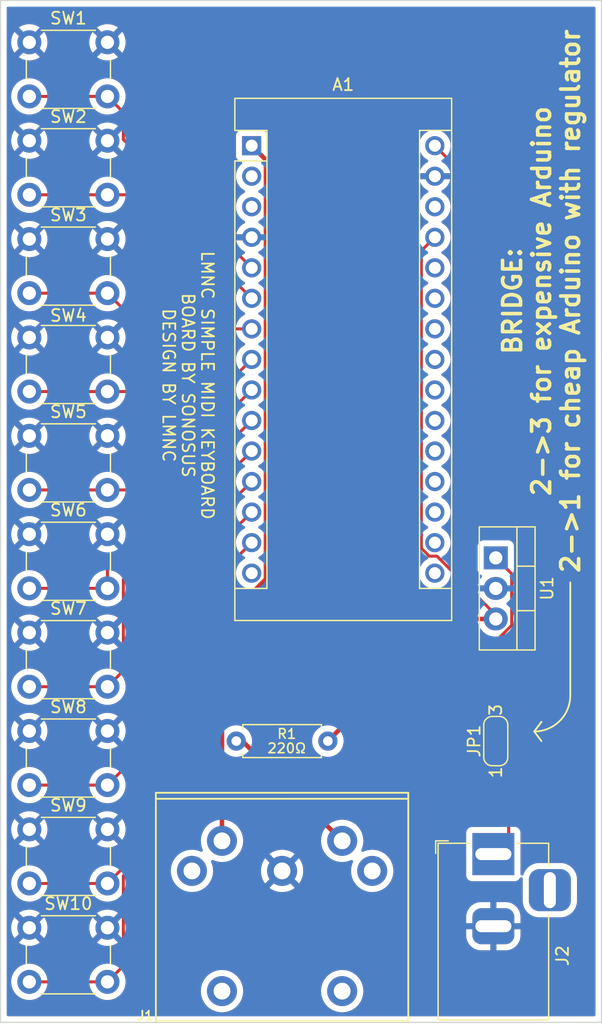
<source format=kicad_pcb>
(kicad_pcb (version 20211014) (generator pcbnew)
  (layers (0 "F.Cu" signal) (31 "B.Cu" signal) (34 "B.Paste" user) (35 "F.Paste" user) (36 "B.SilkS" user "B.Silkscreen") (37 "F.SilkS" user "F.Silkscreen") (38 "B.Mask" user) (39 "F.Mask" user) (44 "Edge.Cuts" user))
  (net 0 "")
  (net 1 "Net-(A1-Pad1)")
  (net 7 "GND")
  (net 9 "Net-(A1-Pad5)")
  (net 11 "Net-(A1-Pad6)")
  (net 13 "Net-(A1-Pad7)")
  (net 15 "Net-(A1-Pad8)")
  (net 17 "Net-(A1-Pad9)")
  (net 19 "Net-(A1-Pad10)")
  (net 21 "Net-(A1-Pad11)")
  (net 22 "+5V")
  (net 23 "Net-(A1-Pad12)")
  (net 25 "Net-(A1-Pad13)")
  (net 26 "Net-(A1-Pad14)")
  (net 27 "/VIN")
  (net 32 "Net-(J1-Pad4)")
  (net 33 "Net-(J2-Pad1)")
  (net 34 "Net-(JP1-Pad1)")
  (footprint "Button_Switch_THT:SW_PUSH_6mm" (layer "F.Cu") (at 37.39 117.13)
    (fp_text reference "SW10" (at 3.25 -2) (layer "F.SilkS"))
    (fp_text value "SW_Push")
    (fp_line (start 1 5.5) (end 5.5 5.5) (layer "F.SilkS") (width 0.12))
    (fp_line (start 6.75 3) (end 6.75 1.5) (layer "F.SilkS") (width 0.12))
    (fp_line (start 5.5 -1) (end 1 -1) (layer "F.SilkS") (width 0.12))
    (fp_line (start -0.25 1.5) (end -0.25 3) (layer "F.SilkS") (width 0.12))
    (pad "1" thru_hole circle locked (at 0 0 90) (size 2 2) (drill 1.1) (layers *.Cu *.Mask) (net 7 "GND"))
    (pad "1" thru_hole circle locked (at 6.5 0 90) (size 2 2) (drill 1.1) (layers *.Cu *.Mask) (net 7 "GND"))
    (pad "2" thru_hole circle locked (at 6.5 4.5 90) (size 2 2) (drill 1.1) (layers *.Cu *.Mask) (net 26 "Net-(A1-Pad14)"))
    (pad "2" thru_hole circle locked (at 0 4.5 90) (size 2 2) (drill 1.1) (layers *.Cu *.Mask) (net 26 "Net-(A1-Pad14)"))
  )
  (footprint "Connector_BarrelJack:BarrelJack_Horizontal" (layer "F.Cu") (at 76 111 90)
    (fp_text reference "J2" (at -8.45 5.75 90) (layer "F.SilkS"))
    (fp_text value "PWR IN")
    (fp_line (start 0.05 -4.8) (end 1.1 -4.8) (layer "F.SilkS") (width 0.12))
    (fp_line (start -5 4.6) (end -13.8 4.6) (layer "F.SilkS") (width 0.12))
    (fp_line (start 0.9 -4.6) (end 0.9 -2) (layer "F.SilkS") (width 0.12))
    (fp_line (start -13.8 -4.6) (end 0.9 -4.6) (layer "F.SilkS") (width 0.12))
    (fp_line (start 0.9 1.9) (end 0.9 4.6) (layer "F.SilkS") (width 0.12))
    (fp_line (start 1.1 -3.75) (end 1.1 -4.8) (layer "F.SilkS") (width 0.12))
    (fp_line (start 0.9 4.6) (end -1 4.6) (layer "F.SilkS") (width 0.12))
    (fp_line (start -13.8 4.6) (end -13.8 -4.6) (layer "F.SilkS") (width 0.12))
    (pad "1" thru_hole rect locked (at 0 0 90) (size 3.5 3.5) (drill oval 1 3) (layers *.Cu *.Mask) (net 33 "Net-(J2-Pad1)"))
    (pad "2" thru_hole roundrect locked (at -6 0 90) (size 3 3.5) (drill oval 1 3) (layers *.Cu *.Mask) (net 7 "GND"))
    (pad "3" thru_hole roundrect locked (at -3 4.7 90) (size 3.5 3.5) (drill oval 3 1) (layers *.Cu *.Mask))
  )
  (footprint "Jumper:SolderJumper-3_P1.3mm_Open_RoundedPad1.0x1.5mm_NumberLabels" (layer "F.Cu") (at 76.2 101.6 90)
    (fp_text reference "JP1" (at 0 -1.8 90) (layer "F.SilkS"))
    (fp_text value "Jumper_3_Open")
    (fp_text user "3" (at 2.6 0 90) (layer "F.SilkS"))
    (fp_text user "1" (at -2.6 0 90) (layer "F.SilkS"))
    (fp_line (start -2.05 0.3) (end -2.05 -0.3) (layer "F.SilkS") (width 0.12))
    (fp_line (start 1.4 1) (end -1.4 1) (layer "F.SilkS") (width 0.12))
    (fp_line (start 2.05 -0.3) (end 2.05 0.3) (layer "F.SilkS") (width 0.12))
    (fp_line (start -1.4 -1) (end 1.4 -1) (layer "F.SilkS") (width 0.12))
    (fp_arc (start 2.05 0.3) (mid 1.844975 0.794975) (end 1.35 1) (layer "F.SilkS") (width 0.12))
    (fp_arc (start -2.05 -0.3) (mid -1.844975 -0.794975) (end -1.35 -1) (layer "F.SilkS") (width 0.12))
    (fp_arc (start -1.35 1) (mid -1.844975 0.794975) (end -2.05 0.3) (layer "F.SilkS") (width 0.12))
    (fp_arc (start 1.35 -1) (mid 1.844975 -0.794975) (end 2.05 -0.3) (layer "F.SilkS") (width 0.12))
    (pad "1" smd custom locked (at -1.3 0 90) (size 1 0.5) (layers "F.Cu" "F.Mask") (net 34 "Net-(JP1-Pad1)") (options (clearance outline) (anchor rect)) (primitives (gr_circle (center 0 0.25) (end 0.5 0.25) (width 0) (fill yes)) (gr_circle (center 0 -0.25) (end 0.5 -0.25) (width 0) (fill yes)) (gr_poly (pts (xy 0.55 0.75) (xy 0 0.75) (xy 0 -0.75) (xy 0.55 -0.75)) (width 0) (fill yes))))
    (pad "2" smd rect locked (at 0 0 90) (size 1 1.5) (layers "F.Cu" "F.Mask") (net 33 "Net-(J2-Pad1)"))
    (pad "3" smd custom locked (at 1.3 0 90) (size 1 0.5) (layers "F.Cu" "F.Mask") (net 27 "/VIN") (options (clearance outline) (anchor rect)) (primitives (gr_circle (center 0 0.25) (end 0.5 0.25) (width 0) (fill yes)) (gr_circle (center 0 -0.25) (end 0.5 -0.25) (width 0) (fill yes)) (gr_poly (pts (xy 0 0.75) (xy -0.55 0.75) (xy -0.55 -0.75) (xy 0 -0.75)) (width 0) (fill yes))))
  )
  (footprint "Button_Switch_THT:SW_PUSH_6mm" (layer "F.Cu") (at 37.39 43.47)
    (fp_text reference "SW1" (at 3.25 -2) (layer "F.SilkS"))
    (fp_text value "SW_Push")
    (fp_line (start 1 5.5) (end 5.5 5.5) (layer "F.SilkS") (width 0.12))
    (fp_line (start 6.75 3) (end 6.75 1.5) (layer "F.SilkS") (width 0.12))
    (fp_line (start -0.25 1.5) (end -0.25 3) (layer "F.SilkS") (width 0.12))
    (fp_line (start 5.5 -1) (end 1 -1) (layer "F.SilkS") (width 0.12))
    (pad "1" thru_hole circle locked (at 0 0 90) (size 2 2) (drill 1.1) (layers *.Cu *.Mask) (net 7 "GND"))
    (pad "1" thru_hole circle locked (at 6.5 0 90) (size 2 2) (drill 1.1) (layers *.Cu *.Mask) (net 7 "GND"))
    (pad "2" thru_hole circle locked (at 6.5 4.5 90) (size 2 2) (drill 1.1) (layers *.Cu *.Mask) (net 9 "Net-(A1-Pad5)"))
    (pad "2" thru_hole circle locked (at 0 4.5 90) (size 2 2) (drill 1.1) (layers *.Cu *.Mask) (net 9 "Net-(A1-Pad5)"))
  )
  (footprint "Button_Switch_THT:SW_PUSH_6mm" (layer "F.Cu") (at 37.39 108.945552)
    (fp_text reference "SW9" (at 3.25 -2) (layer "F.SilkS"))
    (fp_text value "SW_Push")
    (fp_line (start 1 5.5) (end 5.5 5.5) (layer "F.SilkS") (width 0.12))
    (fp_line (start 5.5 -1) (end 1 -1) (layer "F.SilkS") (width 0.12))
    (fp_line (start 6.75 3) (end 6.75 1.5) (layer "F.SilkS") (width 0.12))
    (fp_line (start -0.25 1.5) (end -0.25 3) (layer "F.SilkS") (width 0.12))
    (pad "1" thru_hole circle locked (at 0 0 90) (size 2 2) (drill 1.1) (layers *.Cu *.Mask) (net 7 "GND"))
    (pad "1" thru_hole circle locked (at 6.5 0 90) (size 2 2) (drill 1.1) (layers *.Cu *.Mask) (net 7 "GND"))
    (pad "2" thru_hole circle locked (at 0 4.5 90) (size 2 2) (drill 1.1) (layers *.Cu *.Mask) (net 25 "Net-(A1-Pad13)"))
    (pad "2" thru_hole circle locked (at 6.5 4.5 90) (size 2 2) (drill 1.1) (layers *.Cu *.Mask) (net 25 "Net-(A1-Pad13)"))
  )
  (footprint "Sonosus:R_Axial_DIN0207_L6.3mm_D2.5mm_P7.62mm_Horizontal" (layer "F.Cu") (at 54.61 101.6)
    (fp_text reference "R1" (at 4.2 -0.6) (layer "F.SilkS") (effects (font (size 0.8 0.8) (thickness 0.135))))
    (fp_text value "220Ω" (at 4.2 0.6) (layer "F.SilkS") (effects (font (size 0.8 0.8) (thickness 0.135))))
    (fp_line (start 7.08 1.37) (end 7.08 1.04) (layer "F.SilkS") (width 0.12))
    (fp_line (start 0.54 1.04) (end 0.54 1.37) (layer "F.SilkS") (width 0.12))
    (fp_line (start 0.54 -1.37) (end 7.08 -1.37) (layer "F.SilkS") (width 0.12))
    (fp_line (start 0.54 -1.04) (end 0.54 -1.37) (layer "F.SilkS") (width 0.12))
    (fp_line (start 7.08 -1.37) (end 7.08 -1.04) (layer "F.SilkS") (width 0.12))
    (fp_line (start 0.54 1.37) (end 7.08 1.37) (layer "F.SilkS") (width 0.12))
    (pad "1" thru_hole circle (at 0 0) (size 1.6 1.6) (drill 0.8) (layers *.Cu *.Mask) (net 32 "Net-(J1-Pad4)"))
    (pad "2" thru_hole oval (at 7.62 0) (size 1.6 1.6) (drill 0.8) (layers *.Cu *.Mask) (net 22 "+5V"))
  )
  (footprint "Button_Switch_THT:SW_PUSH_6mm" (layer "F.Cu") (at 37.39 68.023332)
    (fp_text reference "SW4" (at 3.25 -1.823332) (layer "F.SilkS"))
    (fp_text value "SW_Push")
    (fp_line (start -0.25 1.5) (end -0.25 3) (layer "F.SilkS") (width 0.12))
    (fp_line (start 6.75 3) (end 6.75 1.5) (layer "F.SilkS") (width 0.12))
    (fp_line (start 5.5 -1) (end 1 -1) (layer "F.SilkS") (width 0.12))
    (fp_line (start 1 5.5) (end 5.5 5.5) (layer "F.SilkS") (width 0.12))
    (pad "1" thru_hole circle locked (at 6.5 0 90) (size 2 2) (drill 1.1) (layers *.Cu *.Mask) (net 7 "GND"))
    (pad "1" thru_hole circle locked (at 0 0 90) (size 2 2) (drill 1.1) (layers *.Cu *.Mask) (net 7 "GND"))
    (pad "2" thru_hole circle locked (at 6.5 4.5 90) (size 2 2) (drill 1.1) (layers *.Cu *.Mask) (net 15 "Net-(A1-Pad8)"))
    (pad "2" thru_hole circle locked (at 0 4.5 90) (size 2 2) (drill 1.1) (layers *.Cu *.Mask) (net 15 "Net-(A1-Pad8)"))
  )
  (footprint "Button_Switch_THT:SW_PUSH_6mm" (layer "F.Cu") (at 37.39 84.39222)
    (fp_text reference "SW6" (at 3.25 -2) (layer "F.SilkS"))
    (fp_text value "SW_Push")
    (fp_line (start 5.5 -1) (end 1 -1) (layer "F.SilkS") (width 0.12))
    (fp_line (start -0.25 1.5) (end -0.25 3) (layer "F.SilkS") (width 0.12))
    (fp_line (start 1 5.5) (end 5.5 5.5) (layer "F.SilkS") (width 0.12))
    (fp_line (start 6.75 3) (end 6.75 1.5) (layer "F.SilkS") (width 0.12))
    (pad "1" thru_hole circle locked (at 0 0 90) (size 2 2) (drill 1.1) (layers *.Cu *.Mask) (net 7 "GND"))
    (pad "1" thru_hole circle locked (at 6.5 0 90) (size 2 2) (drill 1.1) (layers *.Cu *.Mask) (net 7 "GND"))
    (pad "2" thru_hole circle locked (at 6.5 4.5 90) (size 2 2) (drill 1.1) (layers *.Cu *.Mask) (net 19 "Net-(A1-Pad10)"))
    (pad "2" thru_hole circle locked (at 0 4.5 90) (size 2 2) (drill 1.1) (layers *.Cu *.Mask) (net 19 "Net-(A1-Pad10)"))
  )
  (footprint "Button_Switch_THT:SW_PUSH_6mm" (layer "F.Cu") (at 37.39 100.761108)
    (fp_text reference "SW8" (at 3.25 -2) (layer "F.SilkS"))
    (fp_text value "SW_Push")
    (fp_line (start -0.25 1.5) (end -0.25 3) (layer "F.SilkS") (width 0.12))
    (fp_line (start 1 5.5) (end 5.5 5.5) (layer "F.SilkS") (width 0.12))
    (fp_line (start 5.5 -1) (end 1 -1) (layer "F.SilkS") (width 0.12))
    (fp_line (start 6.75 3) (end 6.75 1.5) (layer "F.SilkS") (width 0.12))
    (pad "1" thru_hole circle locked (at 0 0 90) (size 2 2) (drill 1.1) (layers *.Cu *.Mask) (net 7 "GND"))
    (pad "1" thru_hole circle locked (at 6.5 0 90) (size 2 2) (drill 1.1) (layers *.Cu *.Mask) (net 7 "GND"))
    (pad "2" thru_hole circle locked (at 6.5 4.5 90) (size 2 2) (drill 1.1) (layers *.Cu *.Mask) (net 23 "Net-(A1-Pad12)"))
    (pad "2" thru_hole circle locked (at 0 4.5 90) (size 2 2) (drill 1.1) (layers *.Cu *.Mask) (net 23 "Net-(A1-Pad12)"))
  )
  (footprint "Button_Switch_THT:SW_PUSH_6mm" (layer "F.Cu") (at 37.39 92.576664)
    (fp_text reference "SW7" (at 3.25 -2) (layer "F.SilkS"))
    (fp_text value "SW_Push")
    (fp_line (start 6.75 3) (end 6.75 1.5) (layer "F.SilkS") (width 0.12))
    (fp_line (start 1 5.5) (end 5.5 5.5) (layer "F.SilkS") (width 0.12))
    (fp_line (start -0.25 1.5) (end -0.25 3) (layer "F.SilkS") (width 0.12))
    (fp_line (start 5.5 -1) (end 1 -1) (layer "F.SilkS") (width 0.12))
    (pad "1" thru_hole circle locked (at 0 0 90) (size 2 2) (drill 1.1) (layers *.Cu *.Mask) (net 7 "GND"))
    (pad "1" thru_hole circle locked (at 6.5 0 90) (size 2 2) (drill 1.1) (layers *.Cu *.Mask) (net 7 "GND"))
    (pad "2" thru_hole circle locked (at 6.5 4.5 90) (size 2 2) (drill 1.1) (layers *.Cu *.Mask) (net 21 "Net-(A1-Pad11)"))
    (pad "2" thru_hole circle locked (at 0 4.5 90) (size 2 2) (drill 1.1) (layers *.Cu *.Mask) (net 21 "Net-(A1-Pad11)"))
  )
  (footprint "Sonosus:DIN5" (layer "F.Cu") (at 58.42 112.4 180)
    (fp_text reference "J1" (at 11.38 -12.04) (layer "F.SilkS") (effects (font (size 0.75 0.75))))
    (fp_text value "MIDI OUT")
    (fp_line (start -10.5 6) (end 10.5 6) (layer "F.SilkS") (width 0.15))
    (fp_line (start 0 6.5) (end -10.5 6.5) (layer "F.SilkS") (width 0.15))
    (fp_line (start -10.5 6.5) (end -10.5 -12.5) (layer "F.SilkS") (width 0.15))
    (fp_line (start -10.5 -12.5) (end 10.5 -12.5) (layer "F.SilkS") (width 0.15))
    (fp_line (start 10.5 6.5) (end 0 6.5) (layer "F.SilkS") (width 0.15))
    (fp_line (start 10.5 -12.5) (end 10.5 6.5) (layer "F.SilkS") (width 0.15))
    (pad "1" thru_hole circle (at -7.5 0 180) (size 2.5 2.5) (drill 1.4) (layers *.Cu *.Mask))
    (pad "2" thru_hole circle (at 0 0 180) (size 2.5 2.5) (drill 1.4) (layers *.Cu *.Mask) (net 7 "GND"))
    (pad "3" thru_hole circle (at 7.5 0 180) (size 2.5 2.5) (drill 1.4) (layers *.Cu *.Mask))
    (pad "4" thru_hole circle (at -5 2.5 180) (size 2.5 2.5) (drill 1.4) (layers *.Cu *.Mask) (net 32 "Net-(J1-Pad4)"))
    (pad "5" thru_hole circle (at 5 2.5 180) (size 2.5 2.5) (drill 1.4) (layers *.Cu *.Mask) (net 1 "Net-(A1-Pad1)"))
    (pad "6" thru_hole circle (at -5 -10 180) (size 2.5 2.5) (drill 1.4) (layers *.Cu *.Mask))
    (pad "7" thru_hole circle (at 5 -10 180) (size 2.5 2.5) (drill 1.4) (layers *.Cu *.Mask))
  )
  (footprint "Button_Switch_THT:SW_PUSH_6mm" (layer "F.Cu") (at 37.39 76.207776)
    (fp_text reference "SW5" (at 3.25 -2) (layer "F.SilkS"))
    (fp_text value "SW_Push")
    (fp_line (start 6.75 3) (end 6.75 1.5) (layer "F.SilkS") (width 0.12))
    (fp_line (start 5.5 -1) (end 1 -1) (layer "F.SilkS") (width 0.12))
    (fp_line (start 1 5.5) (end 5.5 5.5) (layer "F.SilkS") (width 0.12))
    (fp_line (start -0.25 1.5) (end -0.25 3) (layer "F.SilkS") (width 0.12))
    (pad "1" thru_hole circle locked (at 6.5 0 90) (size 2 2) (drill 1.1) (layers *.Cu *.Mask) (net 7 "GND"))
    (pad "1" thru_hole circle locked (at 0 0 90) (size 2 2) (drill 1.1) (layers *.Cu *.Mask) (net 7 "GND"))
    (pad "2" thru_hole circle locked (at 6.5 4.5 90) (size 2 2) (drill 1.1) (layers *.Cu *.Mask) (net 17 "Net-(A1-Pad9)"))
    (pad "2" thru_hole circle locked (at 0 4.5 90) (size 2 2) (drill 1.1) (layers *.Cu *.Mask) (net 17 "Net-(A1-Pad9)"))
  )
  (footprint "Sonosus:Arduino_Nano" (layer "F.Cu") (at 55.89 52.07)
    (fp_text reference "A1" (at 7.62 -5.08) (layer "F.SilkS"))
    (fp_text value "Arduino_Nano_v2.x")
    (fp_line (start 1.27 36.83) (end -1.4 36.83) (layer "F.SilkS") (width 0.12))
    (fp_line (start 1.27 -1.27) (end -1.4 -1.27) (layer "F.SilkS") (width 0.12))
    (fp_line (start 16.64 -3.94) (end -1.4 -3.94) (layer "F.SilkS") (width 0.12))
    (fp_line (start 16.64 39.5) (end 16.64 -3.94) (layer "F.SilkS") (width 0.12))
    (fp_line (start -1.4 39.5) (end 16.64 39.5) (layer "F.SilkS") (width 0.12))
    (fp_line (start 13.97 -1.27) (end 16.64 -1.27) (layer "F.SilkS") (width 0.12))
    (fp_line (start 1.27 1.27) (end 1.27 36.83) (layer "F.SilkS") (width 0.12))
    (fp_line (start 13.97 36.83) (end 16.64 36.83) (layer "F.SilkS") (width 0.12))
    (fp_line (start -1.4 -3.94) (end -1.4 -1.27) (layer "F.SilkS") (width 0.12))
    (fp_line (start -1.4 1.27) (end -1.4 39.5) (layer "F.SilkS") (width 0.12))
    (fp_line (start 1.27 1.27) (end -1.4 1.27) (layer "F.SilkS") (width 0.12))
    (fp_line (start 13.97 -1.27) (end 13.97 36.83) (layer "F.SilkS") (width 0.12))
    (fp_line (start 1.27 1.27) (end 1.27 -1.27) (layer "F.SilkS") (width 0.12))
    (pad "1" thru_hole rect (at 0 0) (size 1.6 1.6) (drill 1) (layers *.Cu *.Mask) (net 1 "Net-(A1-Pad1)"))
    (pad "2" thru_hole oval (at 0 2.54) (size 1.6 1.6) (drill 1) (layers *.Cu *.Mask))
    (pad "3" thru_hole oval (at 0 5.08) (size 1.6 1.6) (drill 1) (layers *.Cu *.Mask))
    (pad "4" thru_hole oval (at 0 7.62) (size 1.6 1.6) (drill 1) (layers *.Cu *.Mask) (net 7 "GND"))
    (pad "5" thru_hole oval (at 0 10.16) (size 1.6 1.6) (drill 1) (layers *.Cu *.Mask) (net 9 "Net-(A1-Pad5)"))
    (pad "6" thru_hole oval (at 0 12.7) (size 1.6 1.6) (drill 1) (layers *.Cu *.Mask) (net 11 "Net-(A1-Pad6)"))
    (pad "7" thru_hole oval (at 0 15.24) (size 1.6 1.6) (drill 1) (layers *.Cu *.Mask) (net 13 "Net-(A1-Pad7)"))
    (pad "8" thru_hole oval (at 0 17.78) (size 1.6 1.6) (drill 1) (layers *.Cu *.Mask) (net 15 "Net-(A1-Pad8)"))
    (pad "9" thru_hole oval (at 0 20.32) (size 1.6 1.6) (drill 1) (layers *.Cu *.Mask) (net 17 "Net-(A1-Pad9)"))
    (pad "10" thru_hole oval (at 0 22.86) (size 1.6 1.6) (drill 1) (layers *.Cu *.Mask) (net 19 "Net-(A1-Pad10)"))
    (pad "11" thru_hole oval (at 0 25.4) (size 1.6 1.6) (drill 1) (layers *.Cu *.Mask) (net 21 "Net-(A1-Pad11)"))
    (pad "12" thru_hole oval (at 0 27.94) (size 1.6 1.6) (drill 1) (layers *.Cu *.Mask) (net 23 "Net-(A1-Pad12)"))
    (pad "13" thru_hole oval (at 0 30.48) (size 1.6 1.6) (drill 1) (layers *.Cu *.Mask) (net 25 "Net-(A1-Pad13)"))
    (pad "14" thru_hole oval (at 0 33.02) (size 1.6 1.6) (drill 1) (layers *.Cu *.Mask) (net 26 "Net-(A1-Pad14)"))
    (pad "15" thru_hole oval (at 0 35.56) (size 1.6 1.6) (drill 1) (layers *.Cu *.Mask))
    (pad "16" thru_hole oval (at 15.24 35.56) (size 1.6 1.6) (drill 1) (layers *.Cu *.Mask))
    (pad "17" thru_hole oval (at 15.24 33.02) (size 1.6 1.6) (drill 1) (layers *.Cu *.Mask))
    (pad "18" thru_hole oval (at 15.24 30.48) (size 1.6 1.6) (drill 1) (layers *.Cu *.Mask))
    (pad "19" thru_hole oval (at 15.24 27.94) (size 1.6 1.6) (drill 1) (layers *.Cu *.Mask))
    (pad "20" thru_hole oval (at 15.24 25.4) (size 1.6 1.6) (drill 1) (layers *.Cu *.Mask))
    (pad "21" thru_hole oval (at 15.24 22.86) (size 1.6 1.6) (drill 1) (layers *.Cu *.Mask))
    (pad "22" thru_hole oval (at 15.24 20.32) (size 1.6 1.6) (drill 1) (layers *.Cu *.Mask))
    (pad "23" thru_hole oval (at 15.24 17.78) (size 1.6 1.6) (drill 1) (layers *.Cu *.Mask))
    (pad "24" thru_hole oval (at 15.24 15.24) (size 1.6 1.6) (drill 1) (layers *.Cu *.Mask))
    (pad "25" thru_hole oval (at 15.24 12.7) (size 1.6 1.6) (drill 1) (layers *.Cu *.Mask))
    (pad "26" thru_hole oval (at 15.24 10.16) (size 1.6 1.6) (drill 1) (layers *.Cu *.Mask))
    (pad "27" thru_hole oval (at 15.24 7.62) (size 1.6 1.6) (drill 1) (layers *.Cu *.Mask) (net 22 "+5V"))
    (pad "28" thru_hole oval (at 15.24 5.08) (size 1.6 1.6) (drill 1) (layers *.Cu *.Mask))
    (pad "29" thru_hole oval (at 15.24 2.54) (size 1.6 1.6) (drill 1) (layers *.Cu *.Mask) (net 7 "GND"))
    (pad "30" thru_hole oval (at 15.24 0) (size 1.6 1.6) (drill 1) (layers *.Cu *.Mask) (net 27 "/VIN"))
  )
  (footprint "Sonosus:TO-220-3_Vertical" (layer "F.Cu") (at 76.2 86.36 -90)
    (fp_text reference "U1" (at 2.54 -4.27 90) (layer "F.SilkS"))
    (fp_text value "L7805")
    (fp_line (start 4.391 -3.27) (end 4.391 -1.76) (layer "F.SilkS") (width 0.12))
    (fp_line (start -2.58 -3.27) (end 7.66 -3.27) (layer "F.SilkS") (width 0.12))
    (fp_line (start 0.69 -3.27) (end 0.69 -1.76) (layer "F.SilkS") (width 0.12))
    (fp_line (start 7.66 -3.27) (end 7.66 1.371) (layer "F.SilkS") (width 0.12))
    (fp_line (start -2.58 -3.27) (end -2.58 1.371) (layer "F.SilkS") (width 0.12))
    (fp_line (start -2.58 1.371) (end 7.66 1.371) (layer "F.SilkS") (width 0.12))
    (fp_line (start -2.58 -1.76) (end 7.66 -1.76) (layer "F.SilkS") (width 0.12))
    (pad "1" thru_hole rect locked (at 0 0 270) (size 1.905 2) (drill 1.1) (layers *.Cu *.Mask) (net 34 "Net-(JP1-Pad1)"))
    (pad "2" thru_hole oval locked (at 2.54 0 270) (size 1.905 2) (drill 1.1) (layers *.Cu *.Mask) (net 7 "GND"))
    (pad "3" thru_hole oval locked (at 5.08 0 270) (size 1.905 2) (drill 1.1) (layers *.Cu *.Mask) (net 22 "+5V"))
  )
  (footprint "Button_Switch_THT:SW_PUSH_6mm" (layer "F.Cu") (at 37.39 59.838888)
    (fp_text reference "SW3" (at 3.25 -2) (layer "F.SilkS"))
    (fp_text value "SW_Push")
    (fp_line (start 5.5 -1) (end 1 -1) (layer "F.SilkS") (width 0.12))
    (fp_line (start 6.75 3) (end 6.75 1.5) (layer "F.SilkS") (width 0.12))
    (fp_line (start 1 5.5) (end 5.5 5.5) (layer "F.SilkS") (width 0.12))
    (fp_line (start -0.25 1.5) (end -0.25 3) (layer "F.SilkS") (width 0.12))
    (pad "1" thru_hole circle locked (at 0 0 90) (size 2 2) (drill 1.1) (layers *.Cu *.Mask) (net 7 "GND"))
    (pad "1" thru_hole circle locked (at 6.5 0 90) (size 2 2) (drill 1.1) (layers *.Cu *.Mask) (net 7 "GND"))
    (pad "2" thru_hole circle locked (at 6.5 4.5 90) (size 2 2) (drill 1.1) (layers *.Cu *.Mask) (net 13 "Net-(A1-Pad7)"))
    (pad "2" thru_hole circle locked (at 0 4.5 90) (size 2 2) (drill 1.1) (layers *.Cu *.Mask) (net 13 "Net-(A1-Pad7)"))
  )
  (footprint "Button_Switch_THT:SW_PUSH_6mm" (layer "F.Cu") (at 37.39 51.654444)
    (fp_text reference "SW2" (at 3.25 -2) (layer "F.SilkS"))
    (fp_text value "SW_Push")
    (fp_line (start 6.75 3) (end 6.75 1.5) (layer "F.SilkS") (width 0.12))
    (fp_line (start -0.25 1.5) (end -0.25 3) (layer "F.SilkS") (width 0.12))
    (fp_line (start 1 5.5) (end 5.5 5.5) (layer "F.SilkS") (width 0.12))
    (fp_line (start 5.5 -1) (end 1 -1) (layer "F.SilkS") (width 0.12))
    (pad "1" thru_hole circle locked (at 6.5 0 90) (size 2 2) (drill 1.1) (layers *.Cu *.Mask) (net 7 "GND"))
    (pad "1" thru_hole circle locked (at 0 0 90) (size 2 2) (drill 1.1) (layers *.Cu *.Mask) (net 7 "GND"))
    (pad "2" thru_hole circle locked (at 0 4.5 90) (size 2 2) (drill 1.1) (layers *.Cu *.Mask) (net 11 "Net-(A1-Pad6)"))
    (pad "2" thru_hole circle locked (at 6.5 4.5 90) (size 2 2) (drill 1.1) (layers *.Cu *.Mask) (net 11 "Net-(A1-Pad6)"))
  )
  (gr_line (start 80 100) (end 79.4 100.8) (layer "F.SilkS") (width 0.15))
  (gr_line (start 79.4 100.8) (end 80 101.6) (layer "F.SilkS") (width 0.15))
  (gr_line (start 79.4 100.8) (end 80 100) (layer "F.SilkS") (width 0.15))
  (gr_line (start 82.4 88.4) (end 82.4 97.8) (layer "F.SilkS") (width 0.15))
  (gr_arc (start 82.4 97.8) (mid 81.52132 99.92132) (end 79.4 100.8) (layer "F.SilkS") (width 0.15))
  (gr_rect (start 35 125) (end 85 40) (layer "Edge.Cuts") (width 0.1) (fill none))
  (gr_text "LMNC SIMPLE MIDI KEYBOARD\nBOARD BY SONOSUS\nDESIGN BY LMNC" (at 50.6 72 270) (layer "F.SilkS") (effects (font (size 1 1))))
  (gr_text "BRIDGE:\n2->3 for expensive Arduino\n2->1 for cheap Arduino with regulator" (at 80 65 90) (layer "F.SilkS") (effects (font (size 1.5 1.5) (thickness 0.3))))
  (segment (start 53.42 109.9) (end 53.42 91.782224) (width 0.38) (layer "F.Cu") (net 1))
  (segment (start 57.079511 53.259511) (end 55.89 52.07) (width 0.38) (layer "F.Cu") (net 1))
  (segment (start 53.42 91.782224) (end 57.079511 88.122713) (width 0.38) (layer "F.Cu") (net 1))
  (segment (start 57.079511 88.122713) (end 57.079511 53.259511) (width 0.38) (layer "F.Cu") (net 1))
  (segment (start 43.89 47.97) (end 37.39 47.97) (width 0.25) (layer "F.Cu") (net 9))
  (segment (start 43.89 47.97) (end 45.214511 49.294511) (width 0.25) (layer "F.Cu") (net 9))
  (segment (start 45.214511 49.294511) (end 45.214511 51.554511) (width 0.25) (layer "F.Cu") (net 9))
  (segment (start 45.214511 51.554511) (end 55.89 62.23) (width 0.25) (layer "F.Cu") (net 9))
  (segment (start 43.89 56.154444) (end 47.274444 56.154444) (width 0.25) (layer "F.Cu") (net 11))
  (segment (start 43.89 56.154444) (end 37.39 56.154444) (width 0.25) (layer "F.Cu") (net 11))
  (segment (start 47.274444 56.154444) (end 55.89 64.77) (width 0.25) (layer "F.Cu") (net 11))
  (segment (start 43.89 64.338888) (end 37.39 64.338888) (width 0.25) (layer "F.Cu") (net 13))
  (segment (start 43.89 64.338888) (end 46.861112 67.31) (width 0.25) (layer "F.Cu") (net 13))
  (segment (start 46.861112 67.31) (end 55.89 67.31) (width 0.25) (layer "F.Cu") (net 13))
  (segment (start 43.89 72.523332) (end 53.216668 72.523332) (width 0.25) (layer "F.Cu") (net 15))
  (segment (start 53.216668 72.523332) (end 55.89 69.85) (width 0.25) (layer "F.Cu") (net 15))
  (segment (start 43.89 72.523332) (end 37.39 72.523332) (width 0.25) (layer "F.Cu") (net 15))
  (segment (start 47.572224 80.707776) (end 55.89 72.39) (width 0.25) (layer "F.Cu") (net 17))
  (segment (start 43.89 80.707776) (end 37.39 80.707776) (width 0.25) (layer "F.Cu") (net 17))
  (segment (start 43.89 80.707776) (end 47.572224 80.707776) (width 0.25) (layer "F.Cu") (net 17))
  (segment (start 43.89 88.89222) (end 37.39 88.89222) (width 0.25) (layer "F.Cu") (net 19))
  (segment (start 43.89 86.93) (end 43.89 88.89222) (width 0.25) (layer "F.Cu") (net 19))
  (segment (start 55.89 74.93) (end 43.89 86.93) (width 0.25) (layer "F.Cu") (net 19))
  (segment (start 55.89 77.47) (end 45.214511 88.145489) (width 0.25) (layer "F.Cu") (net 21))
  (segment (start 43.89 97.076664) (end 37.39 97.076664) (width 0.25) (layer "F.Cu") (net 21))
  (segment (start 45.214511 88.145489) (end 45.214511 95.752153) (width 0.25) (layer "F.Cu") (net 21))
  (segment (start 45.214511 95.752153) (end 43.89 97.076664) (width 0.25) (layer "F.Cu") (net 21))
  (segment (start 71.304811 86.214511) (end 76.2 91.1097) (width 0.25) (layer "F.Cu") (net 22))
  (segment (start 72.39 91.44) (end 62.23 101.6) (width 0.38) (layer "F.Cu") (net 22))
  (segment (start 70.005489 60.814511) (end 70.005489 85.555789) (width 0.25) (layer "F.Cu") (net 22))
  (segment (start 76.2 91.44) (end 72.39 91.44) (width 0.38) (layer "F.Cu") (net 22))
  (segment (start 71.13 59.69) (end 70.005489 60.814511) (width 0.25) (layer "F.Cu") (net 22))
  (segment (start 70.664211 86.214511) (end 71.304811 86.214511) (width 0.25) (layer "F.Cu") (net 22))
  (segment (start 70.005489 85.555789) (end 70.664211 86.214511) (width 0.25) (layer "F.Cu") (net 22))
  (segment (start 43.89 105.261108) (end 37.39 105.261108) (width 0.25) (layer "F.Cu") (net 23))
  (segment (start 45.664022 103.487086) (end 43.89 105.261108) (width 0.25) (layer "F.Cu") (net 23))
  (segment (start 55.89 80.01) (end 45.664022 90.235978) (width 0.25) (layer "F.Cu") (net 23))
  (segment (start 45.664022 90.235978) (end 45.664022 103.487086) (width 0.25) (layer "F.Cu") (net 23))
  (segment (start 51.750489 105.585063) (end 43.89 113.445552) (width 0.25) (layer "F.Cu") (net 25))
  (segment (start 43.89 113.445552) (end 37.39 113.445552) (width 0.25) (layer "F.Cu") (net 25))
  (segment (start 55.89 82.55) (end 51.750489 86.689511) (width 0.25) (layer "F.Cu") (net 25))
  (segment (start 51.750489 86.689511) (end 51.750489 105.585063) (width 0.25) (layer "F.Cu") (net 25))
  (segment (start 52.2 105.833304) (end 45.214511 112.818793) (width 0.25) (layer "F.Cu") (net 26))
  (segment (start 45.214511 120.305489) (end 43.89 121.63) (width 0.25) (layer "F.Cu") (net 26))
  (segment (start 55.89 85.09) (end 52.2 88.78) (width 0.25) (layer "F.Cu") (net 26))
  (segment (start 45.214511 112.818793) (end 45.214511 120.305489) (width 0.25) (layer "F.Cu") (net 26))
  (segment (start 43.89 121.63) (end 37.39 121.63) (width 0.25) (layer "F.Cu") (net 26))
  (segment (start 52.2 88.78) (end 52.2 105.833304) (width 0.25) (layer "F.Cu") (net 26))
  (segment (start 77.97403 58.91403) (end 71.13 52.07) (width 0.25) (layer "F.Cu") (net 27))
  (segment (start 77.97403 98.52597) (end 77.97403 58.91403) (width 0.25) (layer "F.Cu") (net 27))
  (segment (start 76.2 100.3) (end 77.97403 98.52597) (width 0.25) (layer "F.Cu") (net 27))
  (segment (start 55.12 101.6) (end 54.61 101.6) (width 0.38) (layer "F.Cu") (net 32))
  (segment (start 63.42 109.9) (end 55.12 101.6) (width 0.38) (layer "F.Cu") (net 32))
  (segment (start 76.2 101.6) (end 77.2 101.6) (width 0.25) (layer "F.Cu") (net 33))
  (segment (start 77.2 101.6) (end 77.27452 101.67452) (width 0.25) (layer "F.Cu") (net 33))
  (segment (start 77.27452 101.67452) (end 77.27452 109.72548) (width 0.25) (layer "F.Cu") (net 33))
  (segment (start 77.27452 109.72548) (end 76 111) (width 0.25) (layer "F.Cu") (net 33))
  (segment (start 75.125489 102.424511) (end 75.125489 94.36799) (width 0.25) (layer "F.Cu") (net 34))
  (segment (start 77.52452 91.968959) (end 77.52452 87.68452) (width 0.25) (layer "F.Cu") (net 34))
  (segment (start 75.125489 94.36799) (end 77.52452 91.968959) (width 0.25) (layer "F.Cu") (net 34))
  (segment (start 75.600978 102.9) (end 75.125489 102.424511) (width 0.25) (layer "F.Cu") (net 34))
  (segment (start 77.52452 87.68452) (end 76.2 86.36) (width 0.25) (layer "F.Cu") (net 34))
  (zone (net 7) (net_name "GND") (layers F&B.Cu) (connect_pads (clearance 0.508)) (min_thickness 0.254) (fill yes (thermal_gap 0.508) (thermal_bridge_width 0.508))
    (polygon (pts (xy 85 125) (xy 35 125) (xy 35 40) (xy 85 40)))
  )
)
</source>
